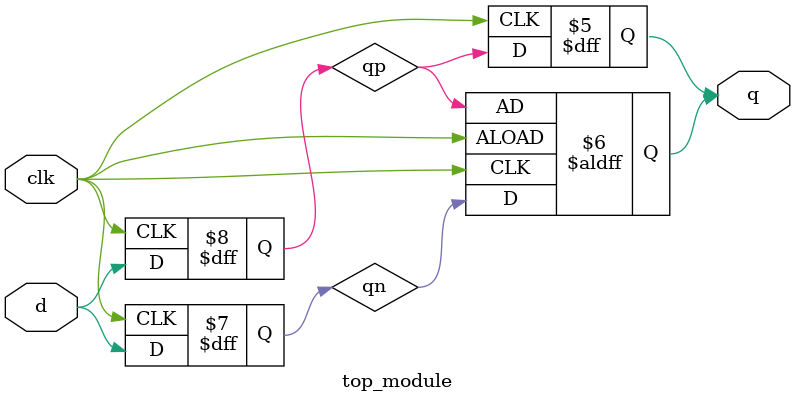
<source format=sv>
module top_module(
	input clk,
	input d,
	output reg q);
	
	reg qp;
	reg qn;
	
	always @(posedge clk) begin
		qp <= d;
	end
	
	always @(negedge clk) begin
		qn <= d;
	end
	
	always @(posedge clk or negedge clk) begin
		if (clk)
			q <= qp;
		else
			q <= qn;
	end
	
	// Synchronize the output q with the clock signal clk
	always @(posedge clk) begin
		q <= qp;
	end

endmodule

</source>
